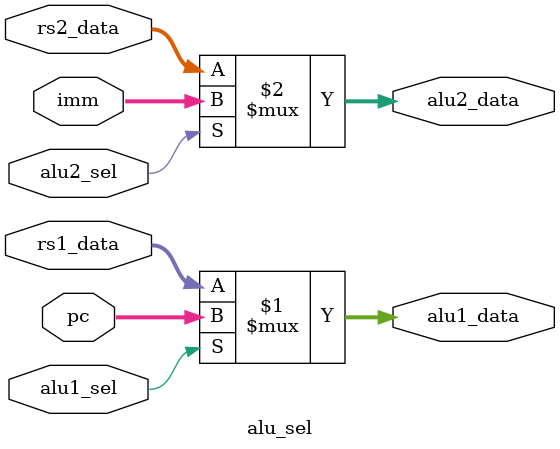
<source format=v>
module alu_sel (
    input alu1_sel,
    input alu2_sel,
    input [31:0] rs1_data,
    input [31:0] rs2_data,
    input [31:0] pc,
    input [31:0] imm,
    output [31:0] alu1_data,
    output [31:0] alu2_data
);

    assign alu1_data = alu1_sel ? pc : rs1_data;
    assign alu2_data = alu2_sel ? imm : rs2_data;

endmodule
</source>
